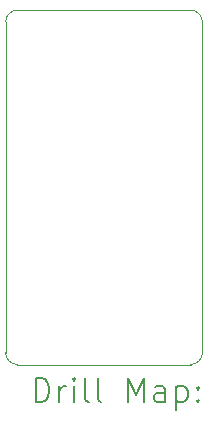
<source format=gbr>
%TF.GenerationSoftware,KiCad,Pcbnew,7.0.7*%
%TF.CreationDate,2023-11-28T10:35:00+01:00*%
%TF.ProjectId,wago kf141r adapter,7761676f-206b-4663-9134-317220616461,rev?*%
%TF.SameCoordinates,Original*%
%TF.FileFunction,Drillmap*%
%TF.FilePolarity,Positive*%
%FSLAX45Y45*%
G04 Gerber Fmt 4.5, Leading zero omitted, Abs format (unit mm)*
G04 Created by KiCad (PCBNEW 7.0.7) date 2023-11-28 10:35:00*
%MOMM*%
%LPD*%
G01*
G04 APERTURE LIST*
%ADD10C,0.100000*%
%ADD11C,0.200000*%
G04 APERTURE END LIST*
D10*
X13800000Y-7200000D02*
X15267000Y-7200000D01*
X13800000Y-10200000D02*
X15267000Y-10200000D01*
X13700000Y-7300000D02*
X13700000Y-10100000D01*
X15267000Y-10200000D02*
G75*
G03*
X15367000Y-10100000I0J100000D01*
G01*
X15367000Y-7300000D02*
G75*
G03*
X15267000Y-7200000I-100000J0D01*
G01*
X15367000Y-7300000D02*
X15367000Y-10100000D01*
X13700000Y-10100000D02*
G75*
G03*
X13800000Y-10200000I100000J0D01*
G01*
X13800000Y-7200000D02*
G75*
G03*
X13700000Y-7300000I0J-100000D01*
G01*
D11*
X13955777Y-10516484D02*
X13955777Y-10316484D01*
X13955777Y-10316484D02*
X14003396Y-10316484D01*
X14003396Y-10316484D02*
X14031967Y-10326008D01*
X14031967Y-10326008D02*
X14051015Y-10345055D01*
X14051015Y-10345055D02*
X14060539Y-10364103D01*
X14060539Y-10364103D02*
X14070062Y-10402198D01*
X14070062Y-10402198D02*
X14070062Y-10430770D01*
X14070062Y-10430770D02*
X14060539Y-10468865D01*
X14060539Y-10468865D02*
X14051015Y-10487912D01*
X14051015Y-10487912D02*
X14031967Y-10506960D01*
X14031967Y-10506960D02*
X14003396Y-10516484D01*
X14003396Y-10516484D02*
X13955777Y-10516484D01*
X14155777Y-10516484D02*
X14155777Y-10383150D01*
X14155777Y-10421246D02*
X14165301Y-10402198D01*
X14165301Y-10402198D02*
X14174824Y-10392674D01*
X14174824Y-10392674D02*
X14193872Y-10383150D01*
X14193872Y-10383150D02*
X14212920Y-10383150D01*
X14279586Y-10516484D02*
X14279586Y-10383150D01*
X14279586Y-10316484D02*
X14270062Y-10326008D01*
X14270062Y-10326008D02*
X14279586Y-10335531D01*
X14279586Y-10335531D02*
X14289110Y-10326008D01*
X14289110Y-10326008D02*
X14279586Y-10316484D01*
X14279586Y-10316484D02*
X14279586Y-10335531D01*
X14403396Y-10516484D02*
X14384348Y-10506960D01*
X14384348Y-10506960D02*
X14374824Y-10487912D01*
X14374824Y-10487912D02*
X14374824Y-10316484D01*
X14508158Y-10516484D02*
X14489110Y-10506960D01*
X14489110Y-10506960D02*
X14479586Y-10487912D01*
X14479586Y-10487912D02*
X14479586Y-10316484D01*
X14736729Y-10516484D02*
X14736729Y-10316484D01*
X14736729Y-10316484D02*
X14803396Y-10459341D01*
X14803396Y-10459341D02*
X14870062Y-10316484D01*
X14870062Y-10316484D02*
X14870062Y-10516484D01*
X15051015Y-10516484D02*
X15051015Y-10411722D01*
X15051015Y-10411722D02*
X15041491Y-10392674D01*
X15041491Y-10392674D02*
X15022443Y-10383150D01*
X15022443Y-10383150D02*
X14984348Y-10383150D01*
X14984348Y-10383150D02*
X14965301Y-10392674D01*
X15051015Y-10506960D02*
X15031967Y-10516484D01*
X15031967Y-10516484D02*
X14984348Y-10516484D01*
X14984348Y-10516484D02*
X14965301Y-10506960D01*
X14965301Y-10506960D02*
X14955777Y-10487912D01*
X14955777Y-10487912D02*
X14955777Y-10468865D01*
X14955777Y-10468865D02*
X14965301Y-10449817D01*
X14965301Y-10449817D02*
X14984348Y-10440293D01*
X14984348Y-10440293D02*
X15031967Y-10440293D01*
X15031967Y-10440293D02*
X15051015Y-10430770D01*
X15146253Y-10383150D02*
X15146253Y-10583150D01*
X15146253Y-10392674D02*
X15165301Y-10383150D01*
X15165301Y-10383150D02*
X15203396Y-10383150D01*
X15203396Y-10383150D02*
X15222443Y-10392674D01*
X15222443Y-10392674D02*
X15231967Y-10402198D01*
X15231967Y-10402198D02*
X15241491Y-10421246D01*
X15241491Y-10421246D02*
X15241491Y-10478389D01*
X15241491Y-10478389D02*
X15231967Y-10497436D01*
X15231967Y-10497436D02*
X15222443Y-10506960D01*
X15222443Y-10506960D02*
X15203396Y-10516484D01*
X15203396Y-10516484D02*
X15165301Y-10516484D01*
X15165301Y-10516484D02*
X15146253Y-10506960D01*
X15327205Y-10497436D02*
X15336729Y-10506960D01*
X15336729Y-10506960D02*
X15327205Y-10516484D01*
X15327205Y-10516484D02*
X15317682Y-10506960D01*
X15317682Y-10506960D02*
X15327205Y-10497436D01*
X15327205Y-10497436D02*
X15327205Y-10516484D01*
X15327205Y-10392674D02*
X15336729Y-10402198D01*
X15336729Y-10402198D02*
X15327205Y-10411722D01*
X15327205Y-10411722D02*
X15317682Y-10402198D01*
X15317682Y-10402198D02*
X15327205Y-10392674D01*
X15327205Y-10392674D02*
X15327205Y-10411722D01*
M02*

</source>
